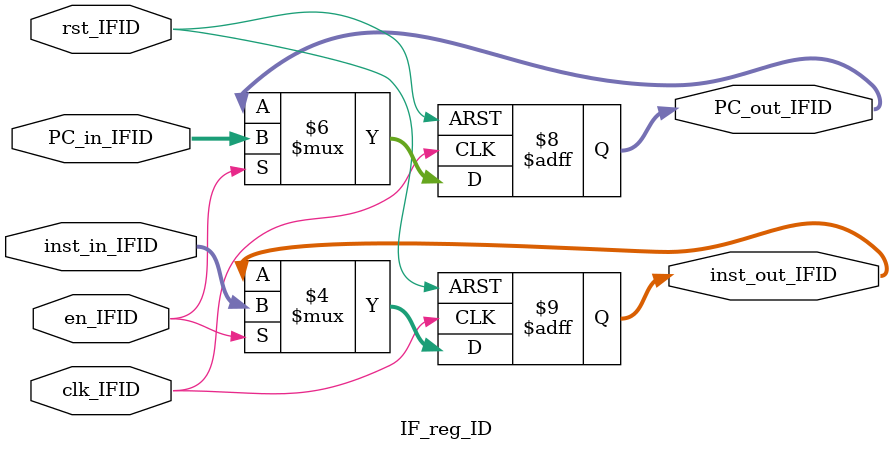
<source format=v>
module IF_reg_ID(
    input wire clk_IFID,
    input wire rst_IFID,
    input wire en_IFID,
    input wire[31:0] PC_in_IFID,
    input wire[31:0] inst_in_IFID,

    output reg [31:0] PC_out_IFID,
    output reg [31:0] inst_out_IFID
);
always @(posedge clk_IFID or posedge rst_IFID) begin
    if (rst_IFID == 1'b1) begin 
        PC_out_IFID <= 32'b0;
        inst_out_IFID <= 32'b0;
    end
    else if (en_IFID == 1'b1) begin
        PC_out_IFID <= PC_in_IFID;
        inst_out_IFID <= inst_in_IFID;
    end
end
endmodule
</source>
